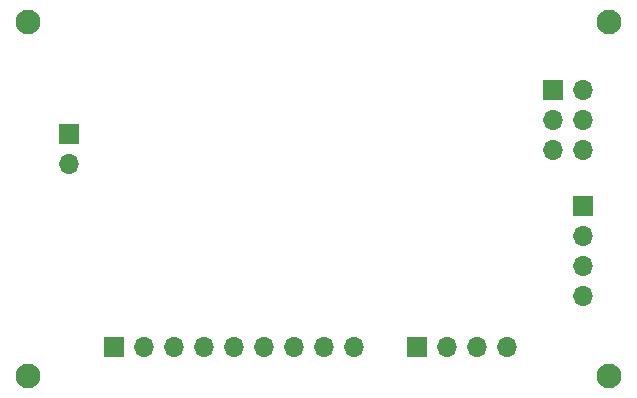
<source format=gbr>
%TF.GenerationSoftware,KiCad,Pcbnew,8.0.1*%
%TF.CreationDate,2024-05-14T10:30:11-07:00*%
%TF.ProjectId,mcu-datalogger,6d63752d-6461-4746-916c-6f676765722e,v0.1*%
%TF.SameCoordinates,Original*%
%TF.FileFunction,Soldermask,Bot*%
%TF.FilePolarity,Negative*%
%FSLAX46Y46*%
G04 Gerber Fmt 4.6, Leading zero omitted, Abs format (unit mm)*
G04 Created by KiCad (PCBNEW 8.0.1) date 2024-05-14 10:30:11*
%MOMM*%
%LPD*%
G01*
G04 APERTURE LIST*
%ADD10C,2.100000*%
%ADD11R,1.700000X1.700000*%
%ADD12O,1.700000X1.700000*%
G04 APERTURE END LIST*
D10*
%TO.C,H1*%
X57750000Y-66500000D03*
%TD*%
D11*
%TO.C,J1*%
X104750000Y-82130000D03*
D12*
X104750000Y-84670000D03*
X104750000Y-87210000D03*
X104750000Y-89750000D03*
%TD*%
D11*
%TO.C,BT1*%
X61250000Y-76000000D03*
D12*
X61250000Y-78540000D03*
%TD*%
D11*
%TO.C,J3*%
X65090000Y-94000000D03*
D12*
X67630000Y-94000000D03*
X70170000Y-94000000D03*
X72710000Y-94000000D03*
X75250000Y-94000000D03*
X77790000Y-94000000D03*
X80330000Y-94000000D03*
X82870000Y-94000000D03*
X85410000Y-94000000D03*
%TD*%
D11*
%TO.C,J2*%
X90750000Y-94000000D03*
D12*
X93290000Y-94000000D03*
X95830000Y-94000000D03*
X98370000Y-94000000D03*
%TD*%
D10*
%TO.C,H4*%
X57750000Y-96500000D03*
%TD*%
D11*
%TO.C,J4*%
X102210000Y-72250000D03*
D12*
X104750000Y-72250000D03*
X102210000Y-74790000D03*
X104750000Y-74790000D03*
X102210000Y-77330000D03*
X104750000Y-77330000D03*
%TD*%
D10*
%TO.C,H3*%
X107000000Y-96500000D03*
%TD*%
%TO.C,H2*%
X107000000Y-66500000D03*
%TD*%
M02*

</source>
